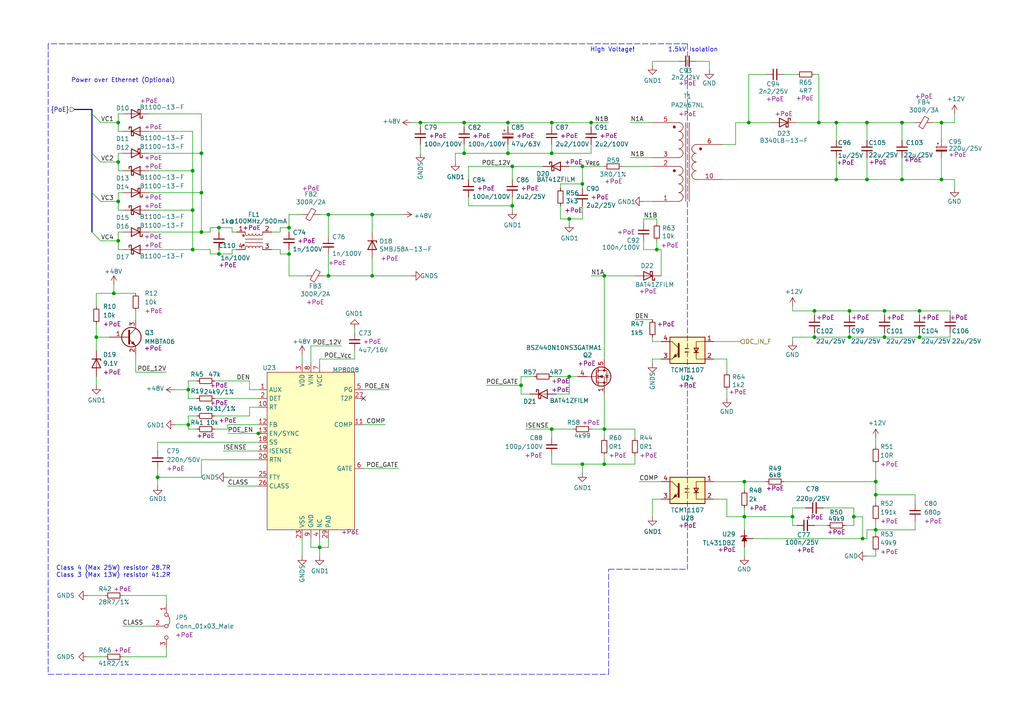
<source format=kicad_sch>
(kicad_sch (version 20211123) (generator eeschema)
  (paper "A4")
  (title_block (title "Power over Ethernet") (date "2022-01-08") (rev "1.1") (company "Nabu Casa") (comment 1 "www.nabucasa.com") (comment 2 "Yellow"))
  (junction (at 215.9 149.86) (diameter 0.9144))
  (junction (at 254 143.51) (diameter 0.9144))
  (junction (at 83.82 73.66) (diameter 0.9144))
  (junction (at 95.25 62.23) (diameter 0.9144))
  (junction (at 256.54 97.79) (diameter 0.9144))
  (junction (at 134.62 44.45) (diameter 0.9144))
  (junction (at 95.25 80.01) (diameter 0.9144))
  (junction (at 147.32 35.56) (diameter 0.9144))
  (junction (at 160.02 44.45) (diameter 0.9144))
  (junction (at 242.57 52.07) (diameter 0.9144))
  (junction (at 34.29 69.85) (diameter 0.9144))
  (junction (at 237.49 35.56) (diameter 0.9144))
  (junction (at 246.38 97.79) (diameter 0.9144))
  (junction (at 175.26 134.62) (diameter 0.9144))
  (junction (at 175.26 80.01) (diameter 0.9144))
  (junction (at 168.91 134.62) (diameter 0.9144))
  (junction (at 45.72 138.43) (diameter 0.9144))
  (junction (at 250.19 156.21))
  (junction (at 63.5 73.66) (diameter 0.9144))
  (junction (at 34.29 58.42) (diameter 0.9144))
  (junction (at 168.91 48.26) (diameter 0.9144))
  (junction (at 175.26 124.46) (diameter 0.9144))
  (junction (at 165.1 109.22) (diameter 0.9144))
  (junction (at 55.88 60.96) (diameter 0.9144))
  (junction (at 34.29 35.56) (diameter 0.9144))
  (junction (at 58.42 55.88) (diameter 0.9144))
  (junction (at 58.42 67.31) (diameter 0.9144))
  (junction (at 242.57 35.56) (diameter 0.9144))
  (junction (at 55.88 49.53) (diameter 0.9144))
  (junction (at 217.17 35.56) (diameter 0.9144))
  (junction (at 148.59 48.26) (diameter 0.9144))
  (junction (at 246.38 90.17) (diameter 0.9144))
  (junction (at 168.91 53.34) (diameter 0.9144))
  (junction (at 54.61 123.19) (diameter 0.9144))
  (junction (at 58.42 44.45) (diameter 0.9144))
  (junction (at 171.45 35.56) (diameter 0.9144))
  (junction (at 273.05 35.56) (diameter 0.9144))
  (junction (at 107.95 62.23) (diameter 0.9144))
  (junction (at 190.5 72.39) (diameter 0.9144))
  (junction (at 266.7 97.79) (diameter 0.9144))
  (junction (at 215.9 139.7) (diameter 0.9144))
  (junction (at 160.02 124.46) (diameter 0.9144))
  (junction (at 107.95 80.01) (diameter 0.9144))
  (junction (at 54.61 113.03) (diameter 0.9144))
  (junction (at 160.02 35.56) (diameter 0.9144))
  (junction (at 261.62 35.56) (diameter 0.9144))
  (junction (at 134.62 35.56) (diameter 0.9144))
  (junction (at 254 139.7) (diameter 0.9144))
  (junction (at 251.46 35.56) (diameter 0.9144))
  (junction (at 148.59 59.69) (diameter 0.9144))
  (junction (at 256.54 90.17) (diameter 0.9144))
  (junction (at 165.1 63.5) (diameter 0.9144))
  (junction (at 55.88 72.39) (diameter 0.9144))
  (junction (at 121.92 35.56) (diameter 0.9144))
  (junction (at 254 153.67) (diameter 0.9144))
  (junction (at 236.22 97.79) (diameter 0.9144))
  (junction (at 147.32 44.45) (diameter 0.9144))
  (junction (at 229.87 149.86) (diameter 0.9144))
  (junction (at 251.46 52.07) (diameter 0.9144))
  (junction (at 33.02 85.09) (diameter 0.9144))
  (junction (at 273.05 52.07) (diameter 0.9144))
  (junction (at 92.71 158.75) (diameter 0.9144))
  (junction (at 34.29 46.99) (diameter 0.9144))
  (junction (at 236.22 90.17) (diameter 0.9144))
  (junction (at 27.94 97.79) (diameter 0.9144))
  (junction (at 63.5 66.04) (diameter 0.9144))
  (junction (at 151.13 111.76) (diameter 0.9144))
  (junction (at 266.7 90.17) (diameter 0.9144))
  (junction (at 261.62 52.07) (diameter 0.9144))
  (junction (at 74.93 125.73))
  (junction (at 247.65 149.86))
  (junction (at 83.82 66.04) (diameter 0.9144))
  (no_connect (at 105.41 115.57))
  (bus_entry (at 26.67 33.02) (size 2.54 2.54) (stroke (width 0.1524)))
  (bus_entry (at 26.67 67.31) (size 2.54 2.54) (stroke (width 0.1524)))
  (bus_entry (at 26.67 44.45) (size 2.54 2.54) (stroke (width 0.1524)))
  (bus_entry (at 26.67 55.88) (size 2.54 2.54) (stroke (width 0.1524)))
  (wire (pts (xy 246.38 90.17) (xy 246.38 91.44)))
  (wire (pts (xy 229.87 149.86) (xy 229.87 152.4)))
  (polyline (pts (xy 13.97 12.7) (xy 13.97 195.58)) (stroke (width 0) (type dash)))
  (wire (pts (xy 35.56 181.61) (xy 44.45 181.61)))
  (wire (pts (xy 132.08 44.45) (xy 132.08 46.99)))
  (wire (pts (xy 215.9 139.7) (xy 215.9 142.24)))
  (wire (pts (xy 242.57 35.56) (xy 242.57 40.64)))
  (wire (pts (xy 161.29 114.3) (xy 165.1 114.3)))
  (wire (pts (xy 175.26 124.46) (xy 184.15 124.46)))
  (wire (pts (xy 184.15 124.46) (xy 184.15 127)))
  (wire (pts (xy 186.69 72.39) (xy 190.5 72.39)))
  (wire (pts (xy 190.5 72.39) (xy 190.5 69.85)))
  (wire (pts (xy 63.5 66.04) (xy 60.96 66.04)))
  (wire (pts (xy 67.31 66.04) (xy 63.5 66.04)))
  (wire (pts (xy 67.31 67.31) (xy 67.31 66.04)))
  (wire (pts (xy 68.58 67.31) (xy 67.31 67.31)))
  (wire (pts (xy 60.96 66.04) (xy 60.96 67.31)))
  (wire (pts (xy 63.5 72.39) (xy 63.5 73.66)))
  (wire (pts (xy 189.23 17.78) (xy 189.23 19.05)))
  (wire (pts (xy 196.85 17.78) (xy 189.23 17.78)))
  (wire (pts (xy 134.62 44.45) (xy 132.08 44.45)))
  (wire (pts (xy 58.42 133.35) (xy 58.42 138.43)))
  (wire (pts (xy 58.42 138.43) (xy 45.72 138.43)))
  (wire (pts (xy 74.93 133.35) (xy 58.42 133.35)))
  (wire (pts (xy 83.82 66.04) (xy 83.82 67.31)))
  (wire (pts (xy 83.82 62.23) (xy 83.82 66.04)))
  (wire (pts (xy 87.63 62.23) (xy 83.82 62.23)))
  (wire (pts (xy 87.63 102.87) (xy 87.63 105.41)))
  (wire (pts (xy 254 127) (xy 254 129.54)))
  (wire (pts (xy 63.5 66.04) (xy 63.5 67.31)))
  (wire (pts (xy 43.18 67.31) (xy 58.42 67.31)))
  (wire (pts (xy 231.14 35.56) (xy 237.49 35.56)))
  (bus (pts (xy 26.67 31.75) (xy 26.67 33.02)))
  (bus (pts (xy 26.67 33.02) (xy 26.67 44.45)))
  (bus (pts (xy 26.67 44.45) (xy 26.67 55.88)))
  (bus (pts (xy 26.67 55.88) (xy 26.67 67.31)))
  (wire (pts (xy 151.13 114.3) (xy 151.13 111.76)))
  (wire (pts (xy 58.42 44.45) (xy 58.42 55.88)))
  (wire (pts (xy 160.02 132.08) (xy 160.02 134.62)))
  (wire (pts (xy 92.71 158.75) (xy 92.71 161.29)))
  (wire (pts (xy 29.21 35.56) (xy 34.29 35.56)))
  (wire (pts (xy 72.39 113.03) (xy 72.39 110.49)))
  (wire (pts (xy 74.93 113.03) (xy 72.39 113.03)))
  (wire (pts (xy 229.87 97.79) (xy 236.22 97.79)))
  (wire (pts (xy 54.61 115.57) (xy 57.15 115.57)))
  (wire (pts (xy 107.95 74.93) (xy 107.95 80.01)))
  (wire (pts (xy 148.59 48.26) (xy 157.48 48.26)))
  (wire (pts (xy 58.42 55.88) (xy 58.42 67.31)))
  (wire (pts (xy 121.92 35.56) (xy 121.92 36.83)))
  (wire (pts (xy 256.54 96.52) (xy 256.54 97.79)))
  (wire (pts (xy 148.59 48.26) (xy 148.59 52.07)))
  (wire (pts (xy 168.91 53.34) (xy 168.91 54.61)))
  (wire (pts (xy 162.56 53.34) (xy 168.91 53.34)))
  (wire (pts (xy 162.56 54.61) (xy 162.56 53.34)))
  (wire (pts (xy 78.74 67.31) (xy 81.28 67.31)))
  (wire (pts (xy 81.28 66.04) (xy 83.82 66.04)))
  (wire (pts (xy 81.28 67.31) (xy 81.28 66.04)))
  (wire (pts (xy 90.17 100.33) (xy 99.06 100.33)))
  (wire (pts (xy 165.1 109.22) (xy 160.02 109.22)))
  (wire (pts (xy 135.89 48.26) (xy 135.89 52.07)))
  (wire (pts (xy 88.9 80.01) (xy 83.82 80.01)))
  (wire (pts (xy 83.82 73.66) (xy 83.82 72.39)))
  (wire (pts (xy 83.82 80.01) (xy 83.82 73.66)))
  (wire (pts (xy 229.87 97.79) (xy 229.87 99.06)))
  (wire (pts (xy 166.37 124.46) (xy 160.02 124.46)))
  (wire (pts (xy 217.17 21.59) (xy 217.17 35.56)))
  (wire (pts (xy 266.7 96.52) (xy 266.7 97.79)))
  (wire (pts (xy 58.42 33.02) (xy 58.42 44.45)))
  (wire (pts (xy 25.4 190.5) (xy 30.48 190.5)))
  (wire (pts (xy 275.59 96.52) (xy 275.59 97.79)))
  (wire (pts (xy 254 160.02) (xy 254 161.29)))
  (wire (pts (xy 254 161.29) (xy 251.46 161.29)))
  (wire (pts (xy 236.22 90.17) (xy 246.38 90.17)))
  (wire (pts (xy 215.9 149.86) (xy 229.87 149.86)))
  (wire (pts (xy 191.77 72.39) (xy 190.5 72.39)))
  (wire (pts (xy 191.77 80.01) (xy 191.77 72.39)))
  (wire (pts (xy 74.93 128.27) (xy 45.72 128.27)))
  (wire (pts (xy 45.72 128.27) (xy 45.72 130.81)))
  (wire (pts (xy 189.23 104.14) (xy 189.23 105.41)))
  (wire (pts (xy 66.04 138.43) (xy 74.93 138.43)))
  (wire (pts (xy 66.04 140.97) (xy 74.93 140.97)))
  (polyline (pts (xy 13.97 195.58) (xy 176.53 195.58)) (stroke (width 0) (type dash)))
  (wire (pts (xy 34.29 44.45) (xy 34.29 46.99)))
  (wire (pts (xy 245.11 152.4) (xy 247.65 152.4)))
  (wire (pts (xy 238.76 147.32) (xy 247.65 147.32)))
  (wire (pts (xy 247.65 149.86) (xy 247.65 147.32)))
  (wire (pts (xy 247.65 152.4) (xy 247.65 149.86)))
  (wire (pts (xy 168.91 48.26) (xy 175.26 48.26)))
  (wire (pts (xy 165.1 48.26) (xy 168.91 48.26)))
  (wire (pts (xy 236.22 90.17) (xy 236.22 91.44)))
  (wire (pts (xy 254 139.7) (xy 254 143.51)))
  (wire (pts (xy 254 134.62) (xy 254 139.7)))
  (wire (pts (xy 254 143.51) (xy 254 146.05)))
  (wire (pts (xy 191.77 104.14) (xy 189.23 104.14)))
  (wire (pts (xy 95.25 62.23) (xy 95.25 68.58)))
  (wire (pts (xy 276.86 52.07) (xy 276.86 54.61)))
  (wire (pts (xy 215.9 158.75) (xy 215.9 161.29)))
  (wire (pts (xy 261.62 45.72) (xy 261.62 52.07)))
  (wire (pts (xy 210.82 113.03) (xy 210.82 115.57)))
  (wire (pts (xy 72.39 120.65) (xy 72.39 118.11)))
  (wire (pts (xy 62.23 120.65) (xy 72.39 120.65)))
  (wire (pts (xy 270.51 35.56) (xy 273.05 35.56)))
  (wire (pts (xy 48.26 172.72) (xy 48.26 175.26)))
  (wire (pts (xy 246.38 90.17) (xy 256.54 90.17)))
  (wire (pts (xy 227.33 139.7) (xy 254 139.7)))
  (wire (pts (xy 107.95 62.23) (xy 116.84 62.23)))
  (wire (pts (xy 55.88 72.39) (xy 60.96 72.39)))
  (wire (pts (xy 160.02 124.46) (xy 160.02 127)))
  (wire (pts (xy 54.61 124.46) (xy 57.15 124.46)))
  (wire (pts (xy 50.8 123.19) (xy 54.61 123.19)))
  (wire (pts (xy 266.7 97.79) (xy 275.59 97.79)))
  (polyline (pts (xy 176.53 195.58) (xy 176.53 165.1)) (stroke (width 0) (type dash)))
  (wire (pts (xy 254 153.67) (xy 254 154.94)))
  (wire (pts (xy 254 151.13) (xy 254 153.67)))
  (wire (pts (xy 151.13 111.76) (xy 151.13 109.22)))
  (wire (pts (xy 55.88 60.96) (xy 55.88 72.39)))
  (wire (pts (xy 34.29 60.96) (xy 34.29 58.42)))
  (wire (pts (xy 35.56 38.1) (xy 34.29 38.1)))
  (wire (pts (xy 205.74 17.78) (xy 201.93 17.78)))
  (wire (pts (xy 205.74 20.32) (xy 205.74 17.78)))
  (wire (pts (xy 43.18 49.53) (xy 55.88 49.53)))
  (wire (pts (xy 237.49 35.56) (xy 242.57 35.56)))
  (wire (pts (xy 134.62 41.91) (xy 134.62 44.45)))
  (wire (pts (xy 151.13 109.22) (xy 154.94 109.22)))
  (wire (pts (xy 95.25 158.75) (xy 92.71 158.75)))
  (wire (pts (xy 95.25 156.21) (xy 95.25 158.75)))
  (wire (pts (xy 189.23 144.78) (xy 189.23 149.86)))
  (wire (pts (xy 191.77 144.78) (xy 189.23 144.78)))
  (wire (pts (xy 242.57 52.07) (xy 251.46 52.07)))
  (wire (pts (xy 251.46 52.07) (xy 261.62 52.07)))
  (wire (pts (xy 261.62 52.07) (xy 273.05 52.07)))
  (wire (pts (xy 209.55 52.07) (xy 242.57 52.07)))
  (wire (pts (xy 55.88 49.53) (xy 55.88 60.96)))
  (wire (pts (xy 175.26 132.08) (xy 175.26 134.62)))
  (wire (pts (xy 39.37 102.87) (xy 39.37 107.95)))
  (wire (pts (xy 275.59 90.17) (xy 275.59 91.44)))
  (wire (pts (xy 105.41 113.03) (xy 113.03 113.03)))
  (wire (pts (xy 134.62 35.56) (xy 147.32 35.56)))
  (wire (pts (xy 34.29 72.39) (xy 34.29 69.85)))
  (wire (pts (xy 207.01 99.06) (xy 214.63 99.06)))
  (wire (pts (xy 29.21 69.85) (xy 34.29 69.85)))
  (wire (pts (xy 153.67 114.3) (xy 151.13 114.3)))
  (wire (pts (xy 33.02 82.55) (xy 33.02 85.09)))
  (wire (pts (xy 27.94 97.79) (xy 27.94 101.6)))
  (wire (pts (xy 31.75 97.79) (xy 27.94 97.79)))
  (wire (pts (xy 134.62 35.56) (xy 134.62 36.83)))
  (wire (pts (xy 34.29 67.31) (xy 34.29 69.85)))
  (wire (pts (xy 147.32 35.56) (xy 147.32 36.83)))
  (wire (pts (xy 182.88 45.72) (xy 189.23 45.72)))
  (wire (pts (xy 209.55 41.91) (xy 213.36 41.91)))
  (wire (pts (xy 213.36 35.56) (xy 217.17 35.56)))
  (wire (pts (xy 213.36 41.91) (xy 213.36 35.56)))
  (wire (pts (xy 43.18 55.88) (xy 58.42 55.88)))
  (polyline (pts (xy 199.39 12.7) (xy 199.39 165.1)) (stroke (width 0) (type dash)))
  (wire (pts (xy 250.19 156.21) (xy 251.46 156.21)))
  (wire (pts (xy 218.44 156.21) (xy 250.19 156.21)))
  (wire (pts (xy 160.02 41.91) (xy 160.02 44.45)))
  (wire (pts (xy 229.87 90.17) (xy 229.87 88.9)))
  (wire (pts (xy 95.25 62.23) (xy 107.95 62.23)))
  (wire (pts (xy 58.42 67.31) (xy 60.96 67.31)))
  (polyline (pts (xy 176.53 165.1) (xy 199.39 165.1)) (stroke (width 0) (type dash)))
  (wire (pts (xy 90.17 105.41) (xy 90.17 100.33)))
  (wire (pts (xy 29.21 46.99) (xy 34.29 46.99)))
  (wire (pts (xy 148.59 57.15) (xy 148.59 59.69)))
  (wire (pts (xy 62.23 110.49) (xy 72.39 110.49)))
  (wire (pts (xy 72.39 118.11) (xy 74.93 118.11)))
  (wire (pts (xy 105.41 123.19) (xy 111.76 123.19)))
  (polyline (pts (xy 199.39 12.7) (xy 13.97 12.7)) (stroke (width 0) (type dash)))
  (wire (pts (xy 215.9 149.86) (xy 215.9 153.67)))
  (wire (pts (xy 227.33 21.59) (xy 231.14 21.59)))
  (wire (pts (xy 186.69 69.85) (xy 186.69 72.39)))
  (wire (pts (xy 35.56 55.88) (xy 34.29 55.88)))
  (wire (pts (xy 265.43 153.67) (xy 265.43 151.13)))
  (wire (pts (xy 250.19 149.86) (xy 250.19 156.21)))
  (wire (pts (xy 247.65 149.86) (xy 250.19 149.86)))
  (wire (pts (xy 43.18 33.02) (xy 58.42 33.02)))
  (wire (pts (xy 119.38 35.56) (xy 121.92 35.56)))
  (wire (pts (xy 35.56 33.02) (xy 34.29 33.02)))
  (wire (pts (xy 165.1 114.3) (xy 165.1 109.22)))
  (wire (pts (xy 165.1 63.5) (xy 165.1 64.77)))
  (wire (pts (xy 251.46 35.56) (xy 261.62 35.56)))
  (wire (pts (xy 261.62 35.56) (xy 265.43 35.56)))
  (wire (pts (xy 242.57 35.56) (xy 251.46 35.56)))
  (wire (pts (xy 140.97 111.76) (xy 151.13 111.76)))
  (wire (pts (xy 34.29 49.53) (xy 34.29 46.99)))
  (wire (pts (xy 171.45 35.56) (xy 171.45 36.83)))
  (wire (pts (xy 62.23 115.57) (xy 74.93 115.57)))
  (wire (pts (xy 266.7 90.17) (xy 275.59 90.17)))
  (wire (pts (xy 207.01 104.14) (xy 210.82 104.14)))
  (wire (pts (xy 168.91 134.62) (xy 168.91 137.16)))
  (wire (pts (xy 43.18 44.45) (xy 58.42 44.45)))
  (wire (pts (xy 102.87 104.14) (xy 102.87 101.6)))
  (wire (pts (xy 215.9 147.32) (xy 215.9 149.86)))
  (wire (pts (xy 87.63 156.21) (xy 87.63 161.29)))
  (wire (pts (xy 236.22 96.52) (xy 236.22 97.79)))
  (wire (pts (xy 27.94 109.22) (xy 27.94 111.76)))
  (wire (pts (xy 34.29 55.88) (xy 34.29 58.42)))
  (wire (pts (xy 147.32 35.56) (xy 160.02 35.56)))
  (wire (pts (xy 35.56 49.53) (xy 34.29 49.53)))
  (wire (pts (xy 54.61 120.65) (xy 54.61 123.19)))
  (wire (pts (xy 57.15 120.65) (xy 54.61 120.65)))
  (wire (pts (xy 54.61 123.19) (xy 54.61 124.46)))
  (wire (pts (xy 237.49 21.59) (xy 237.49 35.56)))
  (wire (pts (xy 265.43 143.51) (xy 265.43 146.05)))
  (wire (pts (xy 254 143.51) (xy 265.43 143.51)))
  (wire (pts (xy 186.69 58.42) (xy 189.23 58.42)))
  (wire (pts (xy 222.25 21.59) (xy 217.17 21.59)))
  (wire (pts (xy 182.88 35.56) (xy 189.23 35.56)))
  (wire (pts (xy 43.18 72.39) (xy 55.88 72.39)))
  (wire (pts (xy 135.89 57.15) (xy 135.89 59.69)))
  (wire (pts (xy 134.62 44.45) (xy 147.32 44.45)))
  (wire (pts (xy 121.92 41.91) (xy 121.92 44.45)))
  (wire (pts (xy 39.37 90.17) (xy 39.37 92.71)))
  (wire (pts (xy 105.41 135.89) (xy 115.57 135.89)))
  (wire (pts (xy 95.25 73.66) (xy 95.25 80.01)))
  (wire (pts (xy 95.25 80.01) (xy 107.95 80.01)))
  (wire (pts (xy 107.95 80.01) (xy 119.38 80.01)))
  (wire (pts (xy 93.98 80.01) (xy 95.25 80.01)))
  (wire (pts (xy 273.05 35.56) (xy 276.86 35.56)))
  (wire (pts (xy 276.86 35.56) (xy 276.86 33.02)))
  (wire (pts (xy 78.74 72.39) (xy 81.28 72.39)))
  (wire (pts (xy 81.28 72.39) (xy 81.28 73.66)))
  (wire (pts (xy 81.28 73.66) (xy 83.82 73.66)))
  (wire (pts (xy 66.04 123.19) (xy 74.93 123.19)))
  (wire (pts (xy 66.04 124.46) (xy 66.04 123.19)))
  (wire (pts (xy 62.23 124.46) (xy 66.04 124.46)))
  (wire (pts (xy 29.21 58.42) (xy 34.29 58.42)))
  (wire (pts (xy 207.01 139.7) (xy 215.9 139.7)))
  (wire (pts (xy 215.9 139.7) (xy 222.25 139.7)))
  (wire (pts (xy 175.26 80.01) (xy 175.26 104.14)))
  (wire (pts (xy 168.91 134.62) (xy 175.26 134.62)))
  (wire (pts (xy 160.02 134.62) (xy 168.91 134.62)))
  (wire (pts (xy 43.18 60.96) (xy 55.88 60.96)))
  (wire (pts (xy 34.29 33.02) (xy 34.29 35.56)))
  (wire (pts (xy 251.46 45.72) (xy 251.46 52.07)))
  (wire (pts (xy 152.4 124.46) (xy 160.02 124.46)))
  (wire (pts (xy 168.91 48.26) (xy 168.91 53.34)))
  (wire (pts (xy 25.4 172.72) (xy 30.48 172.72)))
  (wire (pts (xy 35.56 72.39) (xy 34.29 72.39)))
  (wire (pts (xy 273.05 45.72) (xy 273.05 52.07)))
  (wire (pts (xy 60.96 72.39) (xy 60.96 73.66)))
  (wire (pts (xy 60.96 73.66) (xy 63.5 73.66)))
  (wire (pts (xy 63.5 73.66) (xy 67.31 73.66)))
  (wire (pts (xy 67.31 73.66) (xy 67.31 72.39)))
  (wire (pts (xy 67.31 72.39) (xy 68.58 72.39)))
  (wire (pts (xy 54.61 110.49) (xy 57.15 110.49)))
  (wire (pts (xy 76.2 125.73) (xy 74.93 125.73)))
  (wire (pts (xy 45.72 135.89) (xy 45.72 138.43)))
  (wire (pts (xy 236.22 21.59) (xy 237.49 21.59)))
  (wire (pts (xy 210.82 144.78) (xy 210.82 149.86)))
  (wire (pts (xy 210.82 149.86) (xy 215.9 149.86)))
  (wire (pts (xy 207.01 144.78) (xy 210.82 144.78)))
  (wire (pts (xy 27.94 85.09) (xy 27.94 88.9)))
  (wire (pts (xy 33.02 85.09) (xy 27.94 85.09)))
  (wire (pts (xy 39.37 85.09) (xy 33.02 85.09)))
  (wire (pts (xy 256.54 90.17) (xy 266.7 90.17)))
  (wire (pts (xy 48.26 187.96) (xy 48.26 190.5)))
  (wire (pts (xy 246.38 97.79) (xy 256.54 97.79)))
  (wire (pts (xy 185.42 139.7) (xy 191.77 139.7)))
  (wire (pts (xy 160.02 35.56) (xy 160.02 36.83)))
  (wire (pts (xy 171.45 35.56) (xy 176.53 35.56)))
  (wire (pts (xy 35.56 190.5) (xy 48.26 190.5)))
  (wire (pts (xy 175.26 134.62) (xy 184.15 134.62)))
  (wire (pts (xy 184.15 132.08) (xy 184.15 134.62)))
  (wire (pts (xy 175.26 124.46) (xy 175.26 127)))
  (wire (pts (xy 160.02 35.56) (xy 171.45 35.56)))
  (wire (pts (xy 160.02 44.45) (xy 171.45 44.45)))
  (wire (pts (xy 251.46 153.67) (xy 251.46 156.21)))
  (wire (pts (xy 254 153.67) (xy 251.46 153.67)))
  (wire (pts (xy 189.23 99.06) (xy 191.77 99.06)))
  (wire (pts (xy 189.23 97.79) (xy 189.23 99.06)))
  (wire (pts (xy 27.94 93.98) (xy 27.94 97.79)))
  (wire (pts (xy 256.54 90.17) (xy 256.54 91.44)))
  (wire (pts (xy 273.05 35.56) (xy 273.05 40.64)))
  (wire (pts (xy 229.87 152.4) (xy 231.14 152.4)))
  (wire (pts (xy 242.57 45.72) (xy 242.57 52.07)))
  (wire (pts (xy 246.38 96.52) (xy 246.38 97.79)))
  (wire (pts (xy 147.32 41.91) (xy 147.32 44.45)))
  (wire (pts (xy 229.87 147.32) (xy 229.87 149.86)))
  (wire (pts (xy 233.68 147.32) (xy 229.87 147.32)))
  (wire (pts (xy 34.29 38.1) (xy 34.29 35.56)))
  (wire (pts (xy 171.45 80.01) (xy 175.26 80.01)))
  (wire (pts (xy 175.26 80.01) (xy 184.15 80.01)))
  (wire (pts (xy 35.56 67.31) (xy 34.29 67.31)))
  (wire (pts (xy 236.22 97.79) (xy 246.38 97.79)))
  (wire (pts (xy 107.95 67.31) (xy 107.95 62.23)))
  (wire (pts (xy 135.89 48.26) (xy 148.59 48.26)))
  (wire (pts (xy 254 153.67) (xy 265.43 153.67)))
  (wire (pts (xy 90.17 156.21) (xy 90.17 158.75)))
  (wire (pts (xy 90.17 158.75) (xy 92.71 158.75)))
  (wire (pts (xy 92.71 158.75) (xy 92.71 156.21)))
  (wire (pts (xy 236.22 152.4) (xy 240.03 152.4)))
  (wire (pts (xy 168.91 63.5) (xy 168.91 59.69)))
  (wire (pts (xy 162.56 59.69) (xy 162.56 63.5)))
  (wire (pts (xy 162.56 63.5) (xy 165.1 63.5)))
  (wire (pts (xy 165.1 63.5) (xy 168.91 63.5)))
  (wire (pts (xy 171.45 41.91) (xy 171.45 44.45)))
  (wire (pts (xy 50.8 113.03) (xy 54.61 113.03)))
  (wire (pts (xy 229.87 90.17) (xy 236.22 90.17)))
  (wire (pts (xy 55.88 38.1) (xy 55.88 49.53)))
  (wire (pts (xy 184.15 92.71) (xy 189.23 92.71)))
  (wire (pts (xy 121.92 35.56) (xy 134.62 35.56)))
  (bus (pts (xy 21.59 31.75) (xy 26.67 31.75)))
  (wire (pts (xy 210.82 104.14) (xy 210.82 107.95)))
  (wire (pts (xy 217.17 35.56) (xy 223.52 35.56)))
  (wire (pts (xy 175.26 114.3) (xy 175.26 124.46)))
  (wire (pts (xy 135.89 59.69) (xy 148.59 59.69)))
  (wire (pts (xy 35.56 44.45) (xy 34.29 44.45)))
  (wire (pts (xy 266.7 90.17) (xy 266.7 91.44)))
  (wire (pts (xy 39.37 107.95) (xy 48.26 107.95)))
  (wire (pts (xy 273.05 52.07) (xy 276.86 52.07)))
  (wire (pts (xy 92.71 104.14) (xy 102.87 104.14)))
  (wire (pts (xy 92.71 105.41) (xy 92.71 104.14)))
  (wire (pts (xy 92.71 62.23) (xy 95.25 62.23)))
  (wire (pts (xy 171.45 124.46) (xy 175.26 124.46)))
  (wire (pts (xy 54.61 113.03) (xy 54.61 115.57)))
  (wire (pts (xy 54.61 110.49) (xy 54.61 113.03)))
  (wire (pts (xy 256.54 97.79) (xy 266.7 97.79)))
  (wire (pts (xy 35.56 172.72) (xy 48.26 172.72)))
  (wire (pts (xy 35.56 60.96) (xy 34.29 60.96)))
  (wire (pts (xy 165.1 109.22) (xy 167.64 109.22)))
  (wire (pts (xy 148.59 59.69) (xy 148.59 60.96)))
  (wire (pts (xy 251.46 35.56) (xy 251.46 40.64)))
  (wire (pts (xy 261.62 35.56) (xy 261.62 40.64)))
  (wire (pts (xy 147.32 44.45) (xy 160.02 44.45)))
  (wire (pts (xy 45.72 140.97) (xy 45.72 138.43)))
  (wire (pts (xy 180.34 48.26) (xy 189.23 48.26)))
  (wire (pts (xy 64.77 130.81) (xy 74.93 130.81)))
  (wire (pts (xy 66.04 125.73) (xy 74.93 125.73)))
  (wire (pts (xy 43.18 38.1) (xy 55.88 38.1)))
  (wire (pts (xy 190.5 63.5) (xy 186.69 63.5)))
  (wire (pts (xy 190.5 64.77) (xy 190.5 63.5)))
  (wire (pts (xy 186.69 63.5) (xy 186.69 64.77)))
  (wire (pts (xy 102.87 95.25) (xy 102.87 96.52)))
  (text "Class 4 (Max 25W) resistor 28.7R\nClass 3 (Max 13W) resistor 41.2R" (at 49.53 167.64 0) (effects (font (size 1.27 1.27)) (justify right bottom)))
  (text "Power over Ethernet (Optional)" (at 50.8 24.13 180) (effects (font (size 1.27 1.27)) (justify right bottom)))
  (text "High Voltage!" (at 184.15 15.24 180) (effects (font (size 1.27 1.27)) (justify right bottom)))
  (text "1.5kV Isolation" (at 208.28 15.24 180) (effects (font (size 1.27 1.27)) (justify right bottom)))
  (label "VC2" (at 33.02 46.99 180))
  (label "VC1" (at 33.02 35.56 180))
  (label "CLASS" (at 66.04 140.97 0))
  (label "POE_12V" (at 99.06 100.33 180))
  (label "POE_GATE" (at 115.57 135.89 180))
  (label "POE_EN" (at 66.04 125.73 0))
  (label "DEN" (at 184.15 92.71 0))
  (label "CLASS" (at 35.56 181.61 0))
  (label "N1B" (at 186.69 63.5 0))
  (label "COMP" (at 185.42 139.7 0))
  (label "COMP" (at 111.76 123.19 180))
  (label "POE_EN" (at 113.03 113.03 180))
  (label "V_{REG}" (at 173.99 48.26 180))
  (label "POE_12V" (at 48.26 107.95 180))
  (label "VC3" (at 33.02 58.42 180))
  (label "N1B" (at 176.53 35.56 180))
  (label "DEN" (at 68.58 110.49 0))
  (label "N1B" (at 182.88 45.72 0))
  (label "POE_12V" (at 139.7 48.26 0))
  (label "N1A" (at 171.45 80.01 0))
  (label "ISENSE" (at 152.4 124.46 0))
  (label "POE_V_{CC}" (at 93.98 104.14 0))
  (label "POE_GATE" (at 140.97 111.76 0))
  (label "ISENSE" (at 64.77 130.81 0))
  (label "N1A" (at 182.88 35.56 0))
  (label "VC4" (at 33.02 69.85 180))
  (hierarchical_label "{PoE}" (shape input) (at 21.59 31.75 180))
  (hierarchical_label "DC_IN_F" (shape input) (at 214.63 99.06 0))
  (symbol (lib_id "Device:D_Schottky") (at 39.37 67.31 180) (unit 1)
    (property "Reference" "D16" (at 35.56 65.6398 0))
    (property "Value" "B1100-13-F" (at 46.99 65.398 0))
    (property "Footprint" "Diode_SMD:D_SMA" (effects hide))
    (property "Config" "+PoE" (at 44.45 68.58 0))
    (property "Manufacturer" "Diodes Incorporated" (effects hide))
    (property "PartNumber" "B1100-13-F" (effects hide))
  )
  (symbol (lib_id "power:GND1") (at 27.94 111.76 0) (unit 1)
    (property "Reference" "#PWR062" (effects hide))
    (property "Value" "GND1" (at 28.0543 116.0844 0))
  )
  (symbol (lib_id "power:GNDS") (at 87.63 161.29 0) (unit 1)
    (property "Reference" "#PWR070" (effects hide))
    (property "Value" "GNDS" (at 87.63 166.37 90))
  )
  (symbol (lib_id "power:GND") (at 210.82 115.57 0) (unit 1)
    (property "Reference" "#PWR0183" (effects hide))
    (property "Value" "GND" (at 212.8393 119.3801 0) (effects (justify right)))
  )
  (symbol (lib_id "Device:R_Small") (at 233.68 21.59 90) (unit 1)
    (property "Reference" "R65" (at 235.5786 23.9013 90) (effects (justify left)))
    (property "Value" "4R7" (at 235.591 26.314 90) (effects (justify left)))
    (property "Footprint" "Resistor_SMD:R_1206_3216Metric" (effects hide))
    (property "Config" "+PoE" (at 233.426 28.448 90))
  )
  (symbol (lib_id "power:GND1") (at 189.23 19.05 0) (unit 1)
    (property "Reference" "#PWR0179" (effects hide))
    (property "Value" "GND1" (at 189.3443 23.3744 0))
  )
  (symbol (lib_id "Device:R_Small") (at 59.69 110.49 90) (unit 1)
    (property "Reference" "R45" (at 57.15 108.585 90))
    (property "Value" "47k" (at 62.23 108.585 90))
    (property "Footprint" "Resistor_SMD:R_0402_1005Metric" (effects hide))
    (property "Config" "+PoE" (at 63.5 111.76 90))
  )
  (symbol (lib_id "Device:C_Small") (at 275.59 93.98 0) (unit 1)
    (property "Reference" "C106" (at 276.0092 96.0056 0) (effects (justify left)))
    (property "Value" "22u/25V" (at 276.009 98.939 0) (effects (justify left)))
    (property "Footprint" "Capacitor_SMD:C_0805_2012Metric" (effects hide))
    (property "Config" "+PoE" (at 278.13 92.075 0))
  )
  (symbol (lib_id "power:GND") (at 251.46 161.29 270) (unit 1)
    (property "Reference" "#PWR0159" (effects hide))
    (property "Value" "GND" (at 248.92 161.29 90) (effects (justify right)))
  )
  (symbol (lib_id "Device:D_Zener") (at 107.95 71.12 270) (unit 1)
    (property "Reference" "D18" (at 109.9821 69.9706 90) (effects (justify left)))
    (property "Value" "SMBJ58A-13-F" (at 109.982 72.269 90) (effects (justify left)))
    (property "Footprint" "Diode_SMD:D_SMB" (effects hide))
    (property "Datasheet" "https://www.diodes.com/assets/Datasheets/ds19002.pdf" (effects hide))
    (property "Config" "+PoE" (at 113.03 74.93 90))
    (property "Manufacturer" "Diodes Incorporated" (effects hide))
    (property "PartNumber" "SMBJ58A-13-F" (effects hide))
  )
  (symbol (lib_id "Device:R_Small") (at 242.57 152.4 270) (unit 1)
    (property "Reference" "R50" (at 242.57 148.59 90))
    (property "Value" "49k9" (at 242.57 150.495 90))
    (property "Footprint" "Resistor_SMD:R_0402_1005Metric" (effects hide))
    (property "Config" "+PoE" (at 242.57 154.305 90))
  )
  (symbol (lib_id "Device:C_Small") (at 160.02 39.37 0) (unit 1)
    (property "Reference" "C87" (at 161.0742 36.9506 0) (effects (justify left)))
    (property "Value" "2u2/100V" (at 161.074 41.789 0) (effects (justify left)))
    (property "Footprint" "Capacitor_SMD:C_1206_3216Metric" (effects hide))
    (property "Config" "+PoE" (at 165.1 39.37 0))
  )
  (symbol (lib_id "Device:R_Small") (at 175.26 129.54 0) (unit 1)
    (property "Reference" "R60" (at 176.53 126.9999 0) (effects (justify left)))
    (property "Value" "0R1" (at 176.53 129.5399 0) (effects (justify left)))
    (property "Footprint" "Resistor_SMD:R_0805_2012Metric" (effects hide))
    (property "Config" "+PoE" (at 176.53 132.0799 0) (effects (justify left)))
    (property "Characteristics" "0.1 Watt" (effects hide))
  )
  (symbol (lib_id "Device:C_Small") (at 242.57 43.18 0) (unit 1)
    (property "Reference" "C96" (at 242.9892 41.3956 0) (effects (justify left)))
    (property "Value" "1u/25V" (at 242.989 45.091 0) (effects (justify left)))
    (property "Footprint" "Capacitor_SMD:C_0402_1005Metric" (effects hide))
    (property "Config" "+PoE" (at 245.237 47.117 0))
  )
  (symbol (lib_id "Device:R_Small") (at 254 157.48 180) (unit 1)
    (property "Reference" "R53" (at 255.27 154.9399 0) (effects (justify right)))
    (property "Value" "49k9" (at 255.27 157.4799 0) (effects (justify right)))
    (property "Footprint" "Resistor_SMD:R_0402_1005Metric" (effects hide))
    (property "Config" "+PoE" (at 255.27 160.0199 0) (effects (justify right)))
  )
  (symbol (lib_id "power:GND1") (at 165.1 64.77 0) (unit 1)
    (property "Reference" "#PWR0177" (effects hide))
    (property "Value" "GND1" (at 165.2143 69.0944 0))
  )
  (symbol (lib_id "Device:C_Small") (at 45.72 133.35 180) (unit 1)
    (property "Reference" "C75" (at 48.26 130.8099 0) (effects (justify right)))
    (property "Value" "220n/50V" (at 48.26 133.3499 0) (effects (justify right)))
    (property "Footprint" "Capacitor_SMD:C_0805_2012Metric" (effects hide))
    (property "Config" "+PoE" (at 48.26 135.8899 0) (effects (justify right)))
  )
  (symbol (lib_id "power:GND1") (at 92.71 161.29 0) (unit 1)
    (property "Reference" "#PWR0166" (effects hide))
    (property "Value" "GND1" (at 92.8243 165.6144 0))
  )
  (symbol (lib_id "Device:C_Small") (at 236.22 93.98 0) (unit 1)
    (property "Reference" "C102" (at 236.6392 96.0056 0) (effects (justify left)))
    (property "Value" "22u/25V" (at 236.639 98.939 0) (effects (justify left)))
    (property "Footprint" "Capacitor_SMD:C_0805_2012Metric" (effects hide))
    (property "Config" "+PoE" (at 239.395 92.075 0))
  )
  (symbol (lib_id "power:GND1") (at 132.08 46.99 0) (unit 1)
    (property "Reference" "#PWR0173" (effects hide))
    (property "Value" "GND1" (at 132.1943 51.3144 0))
  )
  (symbol (lib_id "Device:R_Small") (at 190.5 67.31 0) (unit 1)
    (property "Reference" "R63" (at 191.9987 66.1606 0) (effects (justify left)))
    (property "Value" "10k" (at 191.999 68.459 0) (effects (justify left)))
    (property "Footprint" "Resistor_SMD:R_0402_1005Metric" (effects hide))
    (property "Config" "+PoE" (at 194.31 71.12 0))
  )
  (symbol (lib_id "Device:C_Small") (at 266.7 93.98 0) (unit 1)
    (property "Reference" "C104" (at 267.1192 96.0056 0) (effects (justify left)))
    (property "Value" "22u/25V" (at 267.119 98.939 0) (effects (justify left)))
    (property "Footprint" "Capacitor_SMD:C_0805_2012Metric" (effects hide))
    (property "Config" "+PoE" (at 269.875 92.075 0))
  )
  (symbol (lib_id "power:+48V") (at 116.84 62.23 270) (unit 1)
    (property "Reference" "#PWR0165" (effects hide))
    (property "Value" "+48V" (at 120.0151 62.5983 90) (effects (justify left)))
  )
  (symbol (lib_id "Device:D_Schottky") (at 39.37 38.1 0) (unit 1)
    (property "Reference" "D11" (at 35.56 40.2398 0))
    (property "Value" "B1100-13-F" (at 46.99 39.998 0))
    (property "Footprint" "Diode_SMD:D_SMA" (effects hide))
    (property "Config" "+PoE" (at 44.45 36.83 0))
    (property "Manufacturer" "Diodes Incorporated" (effects hide))
    (property "PartNumber" "B1100-13-F" (effects hide))
  )
  (symbol (lib_id "Device:R_Small") (at 157.48 109.22 90) (unit 1)
    (property "Reference" "R57" (at 153.67 107.95 90))
    (property "Value" "4R7" (at 161.29 107.95 90))
    (property "Footprint" "Resistor_SMD:R_1206_3216Metric" (effects hide))
    (property "Config" "+PoE" (at 162.56 110.49 90))
  )
  (symbol (lib_id "Device:R_Small") (at 33.02 190.5 90) (unit 1)
    (property "Reference" "R66" (at 30.48 188.595 90))
    (property "Value" "41R2/1%" (at 33.02 192.405 90))
    (property "Footprint" "Resistor_SMD:R_0402_1005Metric" (effects hide))
    (property "Config" "+PoE" (at 35.56 188.595 90))
  )
  (symbol (lib_id "Device:C_Small") (at 160.02 129.54 0) (unit 1)
    (property "Reference" "C88" (at 157.48 126.9999 0) (effects (justify right)))
    (property "Value" "100p/100V" (at 157.48 129.5399 0) (effects (justify right)))
    (property "Footprint" "Capacitor_SMD:C_0805_2012Metric" (effects hide))
    (property "Config" "+PoE" (at 157.48 132.0799 0) (effects (justify right)))
  )
  (symbol (lib_id "power:+48V") (at 119.38 35.56 90) (unit 1)
    (property "Reference" "#PWR0169" (effects hide))
    (property "Value" "+48V" (at 116.2049 35.1917 90) (effects (justify left)))
  )
  (symbol (lib_id "Device:C_Small") (at 265.43 148.59 180) (unit 1)
    (property "Reference" "C80" (at 267.97 146.0499 0) (effects (justify right)))
    (property "Value" "680p" (at 267.97 148.5899 0) (effects (justify right)))
    (property "Footprint" "Capacitor_SMD:C_0402_1005Metric" (effects hide))
    (property "Config" "+PoE" (at 267.97 151.1299 0) (effects (justify right)))
  )
  (symbol (lib_id "Device:C_Small") (at 199.39 17.78 90) (unit 1)
    (property "Reference" "C93" (at 200.7806 20.5358 90) (effects (justify left)))
    (property "Value" "2n2/2kV" (at 203.079 22.441 90) (effects (justify left)))
    (property "Footprint" "Capacitor_SMD:C_1812_4532Metric" (effects hide))
    (property "Config" "+PoE" (at 199.39 24.13 90))
  )
  (symbol (lib_id "power:+48V") (at 87.63 102.87 0) (unit 1)
    (property "Reference" "#PWR0164" (effects hide))
    (property "Value" "+48V" (at 84.8233 99.0599 0) (effects (justify left)))
  )
  (symbol (lib_id "power:+12V") (at 254 127 0) (unit 1)
    (property "Reference" "#PWR0160" (effects hide))
    (property "Value" "+12V" (at 254.3683 122.6756 0))
  )
  (symbol (lib_id "Device:Ferrite_Bead_Small") (at 90.17 62.23 90) (unit 1)
    (property "Reference" "FB2" (at 90.17 56.318 90))
    (property "Value" "300R/2A" (at 90.17 58.617 90))
    (property "Footprint" "Resistor_SMD:R_0805_2012Metric" (effects hide))
    (property "Config" "+PoE" (at 90.17 54.61 90))
    (property "Manufacturer" "Würth Elektronik" (effects hide))
    (property "PartNumber" "742792031" (effects hide))
  )
  (symbol (lib_id "Device:R_Small") (at 162.56 57.15 0) (unit 1)
    (property "Reference" "R56" (at 164.0587 56.0006 0) (effects (justify left)))
    (property "Value" "3k3" (at 164.059 58.299 0) (effects (justify left)))
    (property "Footprint" "Resistor_SMD:R_0402_1005Metric" (effects hide))
    (property "Config" "+PoE" (at 166.37 60.96 0))
  )
  (symbol (lib_id "power:+12V") (at 276.86 33.02 0) (unit 1)
    (property "Reference" "#PWR0188" (effects hide))
    (property "Value" "+12V" (at 277.2283 28.6956 0))
  )
  (symbol (lib_id "power:GND") (at 229.87 99.06 0) (unit 1)
    (property "Reference" "#PWR0187" (effects hide))
    (property "Value" "GND" (at 231.8893 102.8701 0) (effects (justify right)))
  )
  (symbol (lib_id "Device:C_Small") (at 102.87 99.06 0) (unit 1)
    (property "Reference" "C73" (at 103.9242 96.6406 0) (effects (justify left)))
    (property "Value" "4u7/16V" (at 103.924 101.479 0) (effects (justify left)))
    (property "Footprint" "Capacitor_SMD:C_0805_2012Metric" (effects hide))
    (property "Config" "+PoE" (at 107.95 99.06 0))
  )
  (symbol (lib_id "power:GND1") (at 102.87 95.25 180) (unit 1)
    (property "Reference" "#PWR0155" (effects hide))
    (property "Value" "GND1" (at 102.7557 90.9256 0))
  )
  (symbol (lib_id "Device:R_Small") (at 168.91 124.46 90) (unit 1)
    (property "Reference" "R58" (at 166.37 122.555 90))
    (property "Value" "4k99" (at 168.91 126.365 90))
    (property "Footprint" "Resistor_SMD:R_0402_1005Metric" (effects hide))
    (property "Config" "+PoE" (at 171.45 122.555 90))
  )
  (symbol (lib_id "Transistor_BJT:MMBTA42") (at 36.83 97.79 0) (unit 1)
    (property "Reference" "Q3" (at 41.91 96.5199 0) (effects (justify left)))
    (property "Value" "MMBTA06" (at 41.91 99.0599 0) (effects (justify left)))
    (property "Footprint" "Package_TO_SOT_SMD:SOT-23" (effects hide))
    (property "Datasheet" "https://www.onsemi.com/pub/Collateral/MMBTA42LT1-D.PDF" (effects hide))
    (property "Config" "+PoE" (at 44.45 100.965 0))
    (property "Manufacturer" "Diodes Incorporated" (effects hide))
    (property "PartNumber" "MMBTA06-7-F" (effects hide))
  )
  (symbol (lib_id "Device:D_Schottky") (at 39.37 72.39 0) (unit 1)
    (property "Reference" "D17" (at 35.56 74.5298 0))
    (property "Value" "B1100-13-F" (at 46.99 74.288 0))
    (property "Footprint" "Diode_SMD:D_SMA" (effects hide))
    (property "Config" "+PoE" (at 44.45 71.12 0))
    (property "Manufacturer" "Diodes Incorporated" (effects hide))
    (property "PartNumber" "B1100-13-F" (effects hide))
  )
  (symbol (lib_id "Device:D_Zener") (at 27.94 105.41 270) (unit 1)
    (property "Reference" "D19" (at 29.845 102.8699 90) (effects (justify left)))
    (property "Value" "9.1V" (at 29.845 105.4099 90) (effects (justify left)))
    (property "Footprint" "Diode_SMD:D_SOD-123" (effects hide))
    (property "Config" "+PoE" (at 29.845 107.9499 90) (effects (justify left)))
    (property "Manufacturer" "Diodes Incorporated" (effects hide))
    (property "PartNumber" "BZT52C9V1-7-F" (effects hide))
  )
  (symbol (lib_id "Yellow:Filter_EMI_LL_1243") (at 73.66 69.85 0) (unit 1)
    (property "Reference" "FL1" (at 73.66 62.23 0))
    (property "Value" "1k@100MHz{slash}500mA" (at 73.66 64.135 0))
    (property "Footprint" "Yellow:L_CommonModeChoke_Murata_DLW5B" (effects hide))
    (property "Datasheet" "https://www.murata.com/en-global/api/pdfdownloadapi?cate=cgsubChipCommoModeChokeCoil&partno=DLW5BTM102SQ2%23" (effects hide))
    (property "Config" "+PoE" (at 73.025 66.04 0))
    (property "Manufacturer" "Murata Electronics" (effects hide))
    (property "PartNumber" "DLW5BTM102SQ2" (effects hide))
  )
  (symbol (lib_id "Device:C_Small") (at 261.62 43.18 0) (unit 1)
    (property "Reference" "C103" (at 262.6742 41.3956 0) (effects (justify left)))
    (property "Value" "22u/25V" (at 262.039 44.964 0) (effects (justify left)))
    (property "Footprint" "Capacitor_SMD:C_0805_2012Metric" (effects hide))
    (property "Config" "+PoE" (at 264.795 46.355 0))
  )
  (symbol (lib_id "Reference_Voltage:TL431DBZ") (at 215.9 156.21 270) (mirror x) (unit 1)
    (property "Reference" "U29" (at 213.36 154.9399 90) (effects (justify right)))
    (property "Value" "TL431DBZ" (at 213.36 157.4799 90) (effects (justify right)))
    (property "Footprint" "Package_TO_SOT_SMD:SOT-23" (effects hide))
    (property "Datasheet" "http://www.ti.com/lit/ds/symlink/tl431.pdf" (effects hide))
    (property "Config" "+PoE" (at 210.82 159.385 90))
    (property "Manufacturer" "Texas Instruments" (effects hide))
    (property "PartNumber" "TL431LIBCDBZR" (effects hide))
  )
  (symbol (lib_id "Device:Ferrite_Bead_Small") (at 91.44 80.01 90) (unit 1)
    (property "Reference" "FB3" (at 91.44 82.988 90))
    (property "Value" "300R/2A" (at 91.44 85.287 90))
    (property "Footprint" "Resistor_SMD:R_0805_2012Metric" (effects hide))
    (property "Config" "+PoE" (at 91.44 87.63 90))
    (property "Manufacturer" "Würth Elektronik" (effects hide))
    (property "PartNumber" "742792031" (effects hide))
  )
  (symbol (lib_id "Device:C_Small") (at 233.68 152.4 90) (unit 1)
    (property "Reference" "C77" (at 235.0706 155.1558 90) (effects (justify left)))
    (property "Value" "100n/25V" (at 237.496 157.315 90) (effects (justify left)))
    (property "Footprint" "Capacitor_SMD:C_0402_1005Metric" (effects hide))
    (property "Config" "+PoE" (at 233.68 159.512 90))
  )
  (symbol (lib_id "Device:R_Small") (at 254 148.59 180) (unit 1)
    (property "Reference" "R52" (at 255.27 146.0499 0) (effects (justify right)))
    (property "Value" "191k" (at 255.27 148.5899 0) (effects (justify right)))
    (property "Footprint" "Resistor_SMD:R_0402_1005Metric" (effects hide))
    (property "Config" "+PoE" (at 255.27 151.1299 0) (effects (justify right)))
  )
  (symbol (lib_id "Device:R_Small") (at 189.23 95.25 180) (unit 1)
    (property "Reference" "R47" (at 182.88 93.9799 0) (effects (justify right)))
    (property "Value" "1k5" (at 182.88 96.5199 0) (effects (justify right)))
    (property "Footprint" "Resistor_SMD:R_0402_1005Metric" (effects hide))
    (property "Config" "+PoE" (at 190.5 93.9799 0) (effects (justify right)))
  )
  (symbol (lib_id "power:GND1") (at 45.72 140.97 0) (unit 1)
    (property "Reference" "#PWR079" (effects hide))
    (property "Value" "GND1" (at 45.8343 144.6594 0))
  )
  (symbol (lib_id "Device:C_Small") (at 121.92 39.37 0) (unit 1)
    (property "Reference" "C79" (at 122.9742 36.9506 0) (effects (justify left)))
    (property "Value" "100n/100V" (at 122.974 41.789 0) (effects (justify left)))
    (property "Footprint" "Capacitor_SMD:C_0805_2012Metric" (effects hide))
    (property "Config" "+PoE" (at 127 39.37 0))
  )
  (symbol (lib_id "Device:C_Small") (at 95.25 71.12 0) (unit 1)
    (property "Reference" "C76" (at 96.3042 68.7006 0) (effects (justify left)))
    (property "Value" "1n/100V" (at 96.304 73.539 0) (effects (justify left)))
    (property "Footprint" "Capacitor_SMD:C_0805_2012Metric" (effects hide))
    (property "Config" "+PoE" (at 97.79 76.2 0))
  )
  (symbol (lib_id "Device:R_Small") (at 254 132.08 180) (unit 1)
    (property "Reference" "R51" (at 255.27 129.5399 0) (effects (justify right)))
    (property "Value" "10R" (at 255.27 132.0799 0) (effects (justify right)))
    (property "Footprint" "Resistor_SMD:R_0402_1005Metric" (effects hide))
    (property "Config" "+PoE" (at 255.27 134.6199 0) (effects (justify right)))
  )
  (symbol (lib_id "Device:R_Small") (at 184.15 129.54 0) (unit 1)
    (property "Reference" "R44" (at 185.42 126.9999 0) (effects (justify left)))
    (property "Value" "0R1" (at 185.42 129.5399 0) (effects (justify left)))
    (property "Footprint" "Resistor_SMD:R_0805_2012Metric" (effects hide))
    (property "Config" "+PoE" (at 185.42 132.0799 0) (effects (justify left)))
    (property "Characteristics" "0.1 Watt" (effects hide))
  )
  (symbol (lib_id "Device:D_Schottky") (at 39.37 33.02 180) (unit 1)
    (property "Reference" "D10" (at 35.56 31.3498 0))
    (property "Value" "B1100-13-F" (at 46.99 31.108 0))
    (property "Footprint" "Diode_SMD:D_SMA" (effects hide))
    (property "Config" "+PoE" (at 43.18 29.21 0))
    (property "Manufacturer" "Diodes Incorporated" (effects hide))
    (property "PartNumber" "B1100-13-F" (effects hide))
  )
  (symbol (lib_id "power:GNDS") (at 25.4 190.5 270) (unit 1)
    (property "Reference" "#PWR037" (effects hide))
    (property "Value" "GNDS" (at 19.05 190.5 90))
  )
  (symbol (lib_id "power:GND1") (at 168.91 137.16 0) (unit 1)
    (property "Reference" "#PWR0178" (effects hide))
    (property "Value" "GND1" (at 169.0243 141.4844 0))
  )
  (symbol (lib_id "Device:D_Schottky") (at 161.29 48.26 0) (unit 1)
    (property "Reference" "D20" (at 157.48 50.3998 0))
    (property "Value" "BAT41ZFILM" (at 161.29 52.063 0))
    (property "Footprint" "Diode_SMD:D_SOD-123" (effects hide))
    (property "Config" "+PoE" (at 166.37 46.99 0))
    (property "Manufacturer" "STMicroelectronics" (effects hide))
    (property "PartNumber" "BAT41ZFILM" (effects hide))
  )
  (symbol (lib_id "Device:R_Small") (at 215.9 144.78 180) (unit 1)
    (property "Reference" "R48" (at 217.17 142.2399 0) (effects (justify right)))
    (property "Value" "2k" (at 217.17 144.7799 0) (effects (justify right)))
    (property "Footprint" "Resistor_SMD:R_0402_1005Metric" (effects hide))
    (property "Config" "+PoE" (at 217.17 147.3199 0) (effects (justify right)))
  )
  (symbol (lib_id "Yellow:Transformer_Pulse_PA2476NL") (at 199.39 45.72 0) (unit 1)
    (property "Reference" "T1" (at 199.39 27.94 0))
    (property "Value" "PA2467NL" (at 199.39 30.48 0))
    (property "Footprint" "Yellow:Transformer_Pulse_PA2467NL" (effects hide))
    (property "Datasheet" "http://productfinder.pulseeng.com/products/datasheets/P675.pdf" (effects hide))
    (property "Manufacturer" "Pulse Electronics" (effects hide))
    (property "PartNumber" "PA2467NL" (effects hide))
    (property "Config" "+PoE" (at 199.39 33.02 0))
  )
  (symbol (lib_id "Device:D_Schottky") (at 39.37 44.45 180) (unit 1)
    (property "Reference" "D12" (at 35.56 42.7798 0))
    (property "Value" "B1100-13-F" (at 46.99 42.538 0))
    (property "Footprint" "Diode_SMD:D_SMA" (effects hide))
    (property "Config" "+PoE" (at 44.45 45.72 0))
    (property "Manufacturer" "Diodes Incorporated" (effects hide))
    (property "PartNumber" "B1100-13-F" (effects hide))
  )
  (symbol (lib_id "Device:D_Schottky") (at 39.37 60.96 0) (unit 1)
    (property "Reference" "D15" (at 35.56 63.0998 0))
    (property "Value" "B1100-13-F" (at 46.99 62.858 0))
    (property "Footprint" "Diode_SMD:D_SMA" (effects hide))
    (property "Config" "+PoE" (at 44.45 59.69 0))
    (property "Manufacturer" "Diodes Incorporated" (effects hide))
    (property "PartNumber" "B1100-13-F" (effects hide))
  )
  (symbol (lib_id "Device:R_Small") (at 210.82 110.49 0) (unit 1)
    (property "Reference" "R64" (at 212.3187 109.3406 0) (effects (justify left)))
    (property "Value" "1k2" (at 212.319 111.639 0) (effects (justify left)))
    (property "Footprint" "Resistor_SMD:R_1206_3216Metric" (effects hide))
    (property "Config" "+PoE" (at 213.995 113.665 0))
  )
  (symbol (lib_id "Transistor_FET:BSC440N10NS3G") (at 172.72 109.22 0) (unit 1)
    (property "Reference" "Q2" (at 169.0371 102.9906 0) (effects (justify left)))
    (property "Value" "BSZ440N10NS3GATMA1" (at 152.5271 100.8443 0) (effects (justify left)))
    (property "Footprint" "Yellow:PG-TSDSON-8" (effects hide))
    (property "Datasheet" "https://www.infineon.com/dgdl/Infineon-BSZ440N10NS3%20G-DS-v02_01-EN.pdf?fileId=db3a304320896aa20120c32dbf312354" (effects hide))
    (property "Config" "+PoE" (at 170.18 105.41 0))
    (property "Manufacturer" "Infineon Technologies" (effects hide))
    (property "PartNumber" "BSZ440N10NS3GATMA1" (effects hide))
  )
  (symbol (lib_id "power:GND1") (at 189.23 149.86 0) (unit 1)
    (property "Reference" "#PWR0157" (effects hide))
    (property "Value" "GND1" (at 189.3443 154.1844 0))
  )
  (symbol (lib_id "Device:C_Small") (at 186.69 67.31 180) (unit 1)
    (property "Reference" "C92" (at 185.6358 69.7294 0) (effects (justify left)))
    (property "Value" "100n/100V" (at 185.636 71.749 0) (effects (justify left)))
    (property "Footprint" "Capacitor_SMD:C_0805_2012Metric" (effects hide))
    (property "Config" "+PoE" (at 181.61 67.31 0))
  )
  (symbol (lib_id "Device:R_Small") (at 27.94 91.44 0) (unit 1)
    (property "Reference" "R10" (at 29.845 88.8999 0) (effects (justify left)))
    (property "Value" "10k" (at 29.845 91.4399 0) (effects (justify left)))
    (property "Footprint" "Resistor_SMD:R_0402_1005Metric" (effects hide))
    (property "Config" "+PoE" (at 29.845 93.9799 0) (effects (justify left)))
  )
  (symbol (lib_id "power:GNDS") (at 25.4 172.72 270) (unit 1)
    (property "Reference" "#PWR040" (effects hide))
    (property "Value" "GNDS" (at 19.05 172.72 90))
  )
  (symbol (lib_id "Device:R_Small") (at 59.69 115.57 90) (unit 1)
    (property "Reference" "R19" (at 59.1756 113.4363 90) (effects (justify left)))
    (property "Value" "24k9/1%" (at 67.945 113.665 90) (effects (justify left)))
    (property "Footprint" "Resistor_SMD:R_0402_1005Metric" (effects hide))
    (property "Config" "+PoE" (at 63.5 116.84 90))
  )
  (symbol (lib_id "Device:D_Schottky") (at 39.37 49.53 0) (unit 1)
    (property "Reference" "D13" (at 35.56 51.6698 0))
    (property "Value" "B1100-13-F" (at 46.99 51.428 0))
    (property "Footprint" "Diode_SMD:D_SMA" (effects hide))
    (property "Config" "+PoE" (at 44.45 48.26 0))
    (property "Manufacturer" "Diodes Incorporated" (effects hide))
    (property "PartNumber" "B1100-13-F" (effects hide))
  )
  (symbol (lib_id "power:GND1") (at 186.69 58.42 270) (unit 1)
    (property "Reference" "#PWR0156" (effects hide))
    (property "Value" "GND1" (at 181.7306 58.5343 90))
  )
  (symbol (lib_id "Device:R_Small") (at 39.37 87.63 0) (unit 1)
    (property "Reference" "R12" (at 41.91 85.0899 0) (effects (justify left)))
    (property "Value" "10k" (at 41.91 87.6299 0) (effects (justify left)))
    (property "Footprint" "Resistor_SMD:R_0402_1005Metric" (effects hide))
    (property "Config" "+PoE" (at 41.91 90.1699 0) (effects (justify left)))
  )
  (symbol (lib_id "Device:C_Small") (at 168.91 57.15 0) (unit 1)
    (property "Reference" "C90" (at 169.9642 54.7306 0) (effects (justify left)))
    (property "Value" "2u2/25V" (at 169.964 59.569 0) (effects (justify left)))
    (property "Footprint" "Capacitor_SMD:C_0805_2012Metric" (effects hide))
    (property "Config" "+PoE" (at 173.99 57.15 0))
  )
  (symbol (lib_id "Device:C_Small") (at 148.59 54.61 0) (unit 1)
    (property "Reference" "C86" (at 149.6442 52.1906 0) (effects (justify left)))
    (property "Value" "2u2/25V" (at 149.644 57.029 0) (effects (justify left)))
    (property "Footprint" "Capacitor_SMD:C_0805_2012Metric" (effects hide))
    (property "Config" "+PoE" (at 153.67 54.61 0))
  )
  (symbol (lib_id "power:GND1") (at 148.59 60.96 0) (unit 1)
    (property "Reference" "#PWR0175" (effects hide))
    (property "Value" "GND1" (at 148.7043 65.2844 0))
  )
  (symbol (lib_id "Device:C_Small") (at 134.62 39.37 0) (unit 1)
    (property "Reference" "C82" (at 135.6742 36.9506 0) (effects (justify left)))
    (property "Value" "100n/100V" (at 135.674 41.789 0) (effects (justify left)))
    (property "Footprint" "Capacitor_SMD:C_0805_2012Metric" (effects hide))
    (property "Config" "+PoE" (at 139.7 39.37 0))
  )
  (symbol (lib_id "Device:R_Small") (at 59.69 120.65 90) (unit 1)
    (property "Reference" "R46" (at 58.5406 118.5163 90) (effects (justify left)))
    (property "Value" "9k31/1%" (at 68.459 118.516 90) (effects (justify left)))
    (property "Footprint" "Resistor_SMD:R_0402_1005Metric" (effects hide))
    (property "Config" "+PoE" (at 66.04 121.92 90))
  )
  (symbol (lib_id "Isolator:TCMT1107") (at 199.39 142.24 0) (mirror y) (unit 1)
    (property "Reference" "U28" (at 199.39 150.2602 0))
    (property "Value" "TCMT1107" (at 199.39 147.9615 0))
    (property "Footprint" "Package_SO:SOP-4_4.4x2.6mm_P1.27mm" (effects hide))
    (property "Datasheet" "http://www.vishay.com/docs/83510/tcmt1100.pdf" (effects hide))
    (property "Config" "+PoE" (at 199.39 152.4 0))
    (property "Manufacturer" "Vishay Semiconductor Opto Division" (effects hide))
    (property "PartNumber" "TCMT1107" (effects hide))
  )
  (symbol (lib_id "Yellow:MP8008") (at 90.17 130.81 0) (unit 1)
    (property "Reference" "U23" (at 78.105 106.68 0))
    (property "Value" "MP8008" (at 100.33 107.315 0))
    (property "Footprint" "Package_DFN_QFN:QFN-28-1EP_4x5mm_P0.5mm_EP2.65x3.65mm_ThermalVias" (effects hide))
    (property "Datasheet" "https://www.monolithicpower.com/en/documentview/productdocument/index/version/2/document_type/Datasheet/lang/en/sku/MP8008/document_id/1894/" (effects hide))
    (property "Config" "+PoE" (at 101.6 154.305 0))
    (property "Manufacturer" "Monolithic Power Systems" (effects hide))
    (property "PartNumber" "MP8008GV-Z" (effects hide))
  )
  (symbol (lib_id "power:GND") (at 215.9 161.29 0) (unit 1)
    (property "Reference" "#PWR0158" (effects hide))
    (property "Value" "GND" (at 217.9193 165.1001 0) (effects (justify right)))
  )
  (symbol (lib_id "Device:C_Small") (at 63.5 69.85 0) (unit 1)
    (property "Reference" "C110" (at 63.2842 71.2406 0) (effects (justify left)))
    (property "Value" "1n/100V" (at 63.919 74.809 0) (effects (justify left)))
    (property "Footprint" "Capacitor_SMD:C_0805_2012Metric" (effects hide))
    (property "Config" "+PoE" (at 66.04 76.835 0))
  )
  (symbol (lib_id "power:GNDS") (at 66.04 138.43 270) (unit 1)
    (property "Reference" "#PWR0154" (effects hide))
    (property "Value" "GNDS" (at 60.96 138.43 90))
  )
  (symbol (lib_id "power:+48V") (at 50.8 113.03 90) (unit 1)
    (property "Reference" "#PWR080" (effects hide))
    (property "Value" "+48V" (at 47.6249 112.6617 90) (effects (justify left)))
  )
  (symbol (lib_id "power:GNDS") (at 189.23 105.41 0) (unit 1)
    (property "Reference" "#PWR077" (effects hide))
    (property "Value" "GNDS" (at 189.23 110.49 90))
  )
  (symbol (lib_id "Device:R_Small") (at 33.02 172.72 90) (unit 1)
    (property "Reference" "R42" (at 30.48 170.815 90))
    (property "Value" "28R7/1%" (at 33.02 174.625 90))
    (property "Footprint" "Resistor_SMD:R_0402_1005Metric" (effects hide))
    (property "Config" "+PoE" (at 35.56 170.815 90))
  )
  (symbol (lib_id "Device:D_Schottky") (at 157.48 114.3 0) (unit 1)
    (property "Reference" "D21" (at 153.67 116.4398 0))
    (property "Value" "BAT41ZFILM" (at 165.1 116.198 0))
    (property "Footprint" "Diode_SMD:D_SOD-123" (effects hide))
    (property "Config" "+PoE" (at 162.56 113.03 0))
    (property "Manufacturer" "STMicroelectronics" (effects hide))
    (property "PartNumber" "BAT41ZFILM" (effects hide))
  )
  (symbol (lib_id "Device:CP_Small") (at 147.32 39.37 0) (unit 1)
    (property "Reference" "C85" (at 148.2091 36.9506 0) (effects (justify left)))
    (property "Value" "47u/63V" (at 148.209 41.789 0) (effects (justify left)))
    (property "Footprint" "Capacitor_SMD:C_Elec_10x10.2" (effects hide))
    (property "Config" "+PoE" (at 152.4 39.37 0))
    (property "Manufacturer" "Nichicon" (effects hide))
    (property "PartNumber" "UCD1K470MNL1GS" (effects hide))
  )
  (symbol (lib_id "Device:C_Small") (at 135.89 54.61 0) (unit 1)
    (property "Reference" "C84" (at 136.9442 52.1906 0) (effects (justify left)))
    (property "Value" "100n/100V" (at 136.944 57.029 0) (effects (justify left)))
    (property "Footprint" "Capacitor_SMD:C_0805_2012Metric" (effects hide))
    (property "Config" "+PoE" (at 140.97 54.61 0))
  )
  (symbol (lib_id "Device:R_Small") (at 224.79 139.7 270) (unit 1)
    (property "Reference" "R49" (at 224.79 135.89 90))
    (property "Value" "6k8" (at 224.79 137.795 90))
    (property "Footprint" "Resistor_SMD:R_0402_1005Metric" (effects hide))
    (property "Config" "+PoE" (at 224.79 141.605 90))
  )
  (symbol (lib_id "Device:R_Small") (at 177.8 48.26 90) (unit 1)
    (property "Reference" "R59" (at 179.8256 46.5073 90) (effects (justify left)))
    (property "Value" "3R0/1%" (at 181.743 50.571 90) (effects (justify left)))
    (property "Footprint" "Resistor_SMD:R_1206_3216Metric" (effects hide))
    (property "Config" "+PoE" (at 177.927 52.578 90))
  )
  (symbol (lib_id "Device:C_Small") (at 224.79 21.59 90) (unit 1)
    (property "Reference" "C94" (at 226.1806 24.3458 90) (effects (justify left)))
    (property "Value" "2n2/25V" (at 228.606 26.505 90) (effects (justify left)))
    (property "Footprint" "Capacitor_SMD:C_0402_1005Metric" (effects hide))
    (property "Config" "+PoE" (at 224.79 28.702 90))
  )
  (symbol (lib_id "Device:Ferrite_Bead_Small") (at 267.97 35.56 90) (unit 1)
    (property "Reference" "FB4" (at 267.97 29.648 90))
    (property "Value" "300R{slash}3A" (at 267.97 31.947 90))
    (property "Footprint" "Resistor_SMD:R_0805_2012Metric" (effects hide))
    (property "Config" "+PoE" (at 267.97 27.94 90))
    (property "Manufacturer" "Würth Elektronik" (effects hide))
    (property "PartNumber" "742792031" (effects hide))
  )
  (symbol (lib_id "Jumper:Jumper_3_Bridged12") (at 48.26 181.61 270) (unit 1)
    (property "Reference" "JP5" (at 50.8 179.0699 90) (effects (justify left)))
    (property "Value" "Conn_01x03_Male" (at 50.8 181.6099 90) (effects (justify left)))
    (property "Footprint" "Connector_PinHeader_2.54mm:PinHeader_1x03_P2.54mm_Vertical" (effects hide))
    (property "Config" "+PoE" (at 50.8 184.1499 90) (effects (justify left)))
    (property "Manufacturer" "Adam Tech" (effects hide))
    (property "PartNumber" "PH1-03-UA" (effects hide))
  )
  (symbol (lib_id "power:+12V") (at 229.87 88.9 0) (unit 1)
    (property "Reference" "#PWR0186" (effects hide))
    (property "Value" "+12V" (at 230.2383 84.5756 0))
  )
  (symbol (lib_id "power:GNDS") (at 119.38 80.01 90) (unit 1)
    (property "Reference" "#PWR073" (effects hide))
    (property "Value" "GNDS" (at 124.46 80.01 90))
  )
  (symbol (lib_id "Device:C_Small") (at 251.46 43.18 0) (unit 1)
    (property "Reference" "C105" (at 251.8792 41.3956 0) (effects (justify left)))
    (property "Value" "22u/25V" (at 251.879 44.964 0) (effects (justify left)))
    (property "Footprint" "Capacitor_SMD:C_0805_2012Metric" (effects hide))
    (property "Config" "+PoE" (at 254.635 46.99 0))
  )
  (symbol (lib_id "power:GND") (at 276.86 54.61 0) (unit 1)
    (property "Reference" "#PWR0189" (effects hide))
    (property "Value" "GND" (at 278.8793 58.4201 0) (effects (justify right)))
  )
  (symbol (lib_id "Device:C_Small") (at 83.82 69.85 0) (unit 1)
    (property "Reference" "C74" (at 84.8742 67.4306 0) (effects (justify left)))
    (property "Value" "1n/100V" (at 84.874 72.269 0) (effects (justify left)))
    (property "Footprint" "Capacitor_SMD:C_0805_2012Metric" (effects hide))
    (property "Config" "+PoE" (at 88.9 69.85 0))
  )
  (symbol (lib_id "power:GND") (at 205.74 20.32 0) (unit 1)
    (property "Reference" "#PWR0182" (effects hide))
    (property "Value" "GND" (at 207.7593 24.1301 0) (effects (justify right)))
  )
  (symbol (lib_id "Device:C_Small") (at 256.54 93.98 0) (unit 1)
    (property "Reference" "C101" (at 256.9592 96.0056 0) (effects (justify left)))
    (property "Value" "22u/25V" (at 256.959 98.939 0) (effects (justify left)))
    (property "Footprint" "Capacitor_SMD:C_0805_2012Metric" (effects hide))
    (property "Config" "+PoE" (at 259.715 92.075 0))
  )
  (symbol (lib_id "Device:D_Schottky") (at 39.37 55.88 180) (unit 1)
    (property "Reference" "D14" (at 35.56 54.2098 0))
    (property "Value" "B1100-13-F" (at 46.99 53.968 0))
    (property "Footprint" "Diode_SMD:D_SMA" (effects hide))
    (property "Config" "+PoE" (at 44.45 57.15 0))
    (property "Manufacturer" "Diodes Incorporated" (effects hide))
    (property "PartNumber" "B1100-13-F" (effects hide))
  )
  (symbol (lib_id "Device:D_Schottky") (at 187.96 80.01 180) (unit 1)
    (property "Reference" "D22" (at 187.706 77.1082 0))
    (property "Value" "BAT41ZFILM" (at 189.865 82.557 0))
    (property "Footprint" "Diode_SMD:D_SOD-123" (effects hide))
    (property "Config" "+PoE" (at 187.96 84.455 0))
    (property "Manufacturer" "STMicroelectronics" (effects hide))
    (property "PartNumber" "BAT41ZFILM" (effects hide))
  )
  (symbol (lib_id "Device:C_Small") (at 171.45 39.37 0) (unit 1)
    (property "Reference" "C91" (at 172.5042 36.9506 0) (effects (justify left)))
    (property "Value" "2u2/100V" (at 172.504 41.789 0) (effects (justify left)))
    (property "Footprint" "Capacitor_SMD:C_1206_3216Metric" (effects hide))
    (property "Config" "+PoE" (at 176.53 39.37 0))
  )
  (symbol (lib_id "power:+48V") (at 33.02 82.55 0) (unit 1)
    (property "Reference" "#PWR078" (effects hide))
    (property "Value" "+48V" (at 30.2133 78.7399 0) (effects (justify left)))
  )
  (symbol (lib_id "Device:CP_Small") (at 273.05 43.18 0) (unit 1)
    (property "Reference" "C95" (at 275.0821 41.1416 0) (effects (justify left)))
    (property "Value" "220u/25V" (at 275.082 43.059 0) (effects (justify left)))
    (property "Footprint" "Capacitor_Tantalum_SMD:CP_EIA-7343-31_Kemet-D" (effects hide))
    (property "Config" "+PoE" (at 277.749 44.831 0))
    (property "Manufacturer" "KEMET" (effects hide))
    (property "PartNumber" "T491X107K025AT" (effects hide))
  )
  (symbol (lib_id "Device:R_Small") (at 59.69 124.46 270) (unit 1)
    (property "Reference" "R41" (at 57.15 122.555 90))
    (property "Value" "10k" (at 61.595 122.555 90))
    (property "Footprint" "Resistor_SMD:R_0402_1005Metric" (effects hide))
    (property "Config" "+PoE" (at 59.69 126.365 90))
  )
  (symbol (lib_id "Device:D_Schottky") (at 227.33 35.56 0) (mirror y) (unit 1)
    (property "Reference" "D23" (at 227.33 38.7158 0))
    (property "Value" "B340LB-13-F" (at 227.33 40.76 0))
    (property "Footprint" "Diode_SMD:D_SMB" (effects hide))
    (property "Config" "+PoE" (at 227.33 33.02 0))
    (property "Manufacturer" "Diodes Incorporated" (effects hide))
    (property "PartNumber" "B340LB-13-F" (effects hide))
  )
  (symbol (lib_id "power:GND1") (at 50.8 123.19 270) (unit 1)
    (property "Reference" "#PWR082" (effects hide))
    (property "Value" "GND1" (at 45.2056 123.3043 90))
  )
  (symbol (lib_id "Isolator:TCMT1107") (at 199.39 101.6 0) (mirror y) (unit 1)
    (property "Reference" "U24" (at 199.39 109.6202 0))
    (property "Value" "TCMT1107" (at 199.39 107.3215 0))
    (property "Footprint" "Package_SO:SOP-4_4.4x2.6mm_P1.27mm" (effects hide))
    (property "Datasheet" "http://www.vishay.com/docs/83510/tcmt1100.pdf" (effects hide))
    (property "Config" "+PoE" (at 199.39 111.76 0))
    (property "Manufacturer" "Vishay Semiconductor Opto Division" (effects hide))
    (property "PartNumber" "TCMT1107" (effects hide))
  )
  (symbol (lib_id "Device:C_Small") (at 246.38 93.98 0) (unit 1)
    (property "Reference" "C99" (at 246.7992 96.0056 0) (effects (justify left)))
    (property "Value" "22u/25V" (at 246.799 98.939 0) (effects (justify left)))
    (property "Footprint" "Capacitor_SMD:C_0805_2012Metric" (effects hide))
    (property "Config" "+PoE" (at 249.555 92.075 0))
  )
  (symbol (lib_id "Device:C_Small") (at 236.22 147.32 90) (unit 1)
    (property "Reference" "C78" (at 237.6106 141.8208 90) (effects (justify left)))
    (property "Value" "220p/25V" (at 240.671 144.615 90) (effects (justify left)))
    (property "Footprint" "Capacitor_SMD:C_0402_1005Metric" (effects hide))
    (property "Config" "+PoE" (at 236.22 149.987 90))
  )
  (symbol (lib_id "power:GNDS") (at 121.92 44.45 0) (unit 1)
    (property "Reference" "#PWR076" (effects hide))
    (property "Value" "GNDS" (at 121.92 49.53 90))
  )
)
</source>
